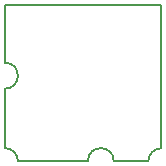
<source format=gm1>
G04 #@! TF.GenerationSoftware,KiCad,Pcbnew,5.1.2-f72e74a~84~ubuntu18.04.1*
G04 #@! TF.CreationDate,2019-07-25T12:47:21+02:00*
G04 #@! TF.ProjectId,TLI5012B,544c4935-3031-4324-922e-6b696361645f,rev?*
G04 #@! TF.SameCoordinates,Original*
G04 #@! TF.FileFunction,Profile,NP*
%FSLAX46Y46*%
G04 Gerber Fmt 4.6, Leading zero omitted, Abs format (unit mm)*
G04 Created by KiCad (PCBNEW 5.1.2-f72e74a~84~ubuntu18.04.1) date 2019-07-25 12:47:21*
%MOMM*%
%LPD*%
G04 APERTURE LIST*
%ADD10C,0.150000*%
G04 APERTURE END LIST*
D10*
X130875000Y-87210000D02*
G75*
G03X130875000Y-85010000I0J1100000D01*
G01*
X130875000Y-80100000D02*
X130875000Y-85010000D01*
X144125000Y-92250000D02*
G75*
G03X143025000Y-93350000I0J-1100000D01*
G01*
X140100000Y-93350000D02*
G75*
G03X137900000Y-93350000I-1100000J0D01*
G01*
X143025000Y-93350000D02*
X140100000Y-93350000D01*
X130875000Y-80100000D02*
X144125000Y-80100000D01*
X144125000Y-80100000D02*
X144125000Y-92250000D01*
X137900000Y-93350000D02*
X131975000Y-93350000D01*
X130875000Y-92250000D02*
X130875000Y-87210000D01*
X131975000Y-93350000D02*
G75*
G03X130875000Y-92250000I-1100000J0D01*
G01*
M02*

</source>
